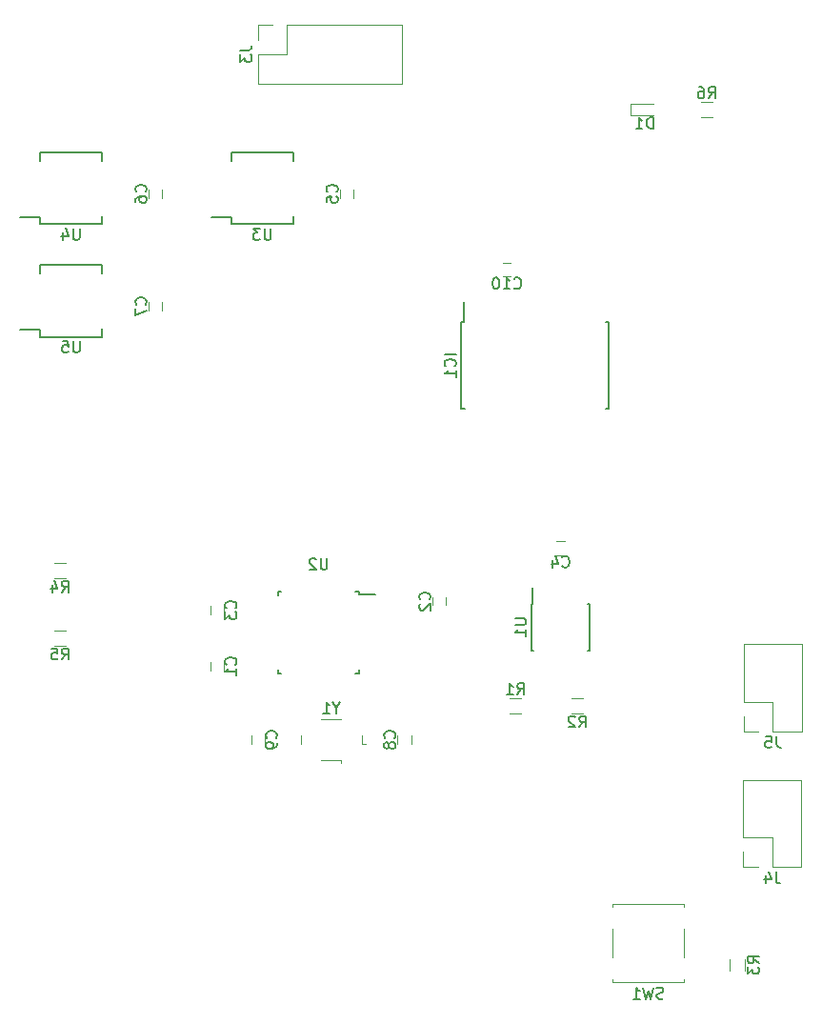
<source format=gbr>
G04 #@! TF.FileFunction,Legend,Bot*
%FSLAX46Y46*%
G04 Gerber Fmt 4.6, Leading zero omitted, Abs format (unit mm)*
G04 Created by KiCad (PCBNEW 4.0.7) date 02/17/18 20:59:13*
%MOMM*%
%LPD*%
G01*
G04 APERTURE LIST*
%ADD10C,0.100000*%
%ADD11C,0.120000*%
%ADD12C,0.150000*%
G04 APERTURE END LIST*
D10*
D11*
X138600000Y-109850000D02*
X138600000Y-109150000D01*
X137400000Y-109150000D02*
X137400000Y-109850000D01*
X157150000Y-103375000D02*
X157150000Y-104075000D01*
X158350000Y-104075000D02*
X158350000Y-103375000D01*
X138600000Y-104850000D02*
X138600000Y-104150000D01*
X137400000Y-104150000D02*
X137400000Y-104850000D01*
X168150000Y-99600000D02*
X168850000Y-99600000D01*
X168850000Y-98400000D02*
X168150000Y-98400000D01*
X148900000Y-67150000D02*
X148900000Y-67850000D01*
X150100000Y-67850000D02*
X150100000Y-67150000D01*
X131900000Y-67150000D02*
X131900000Y-67850000D01*
X133100000Y-67850000D02*
X133100000Y-67150000D01*
X131900000Y-77150000D02*
X131900000Y-77850000D01*
X133100000Y-77850000D02*
X133100000Y-77150000D01*
X154025000Y-115675000D02*
X154025000Y-116375000D01*
X155225000Y-116375000D02*
X155225000Y-115675000D01*
X142225000Y-116375000D02*
X142225000Y-115675000D01*
X141025000Y-115675000D02*
X141025000Y-116375000D01*
X163400000Y-74850000D02*
X164100000Y-74850000D01*
X164100000Y-73650000D02*
X163400000Y-73650000D01*
X174700000Y-60500000D02*
X174700000Y-59500000D01*
X174700000Y-59500000D02*
X176800000Y-59500000D01*
X174700000Y-60500000D02*
X176800000Y-60500000D01*
D12*
X159675000Y-78875000D02*
X159925000Y-78875000D01*
X159675000Y-86625000D02*
X160010000Y-86625000D01*
X172825000Y-86625000D02*
X172490000Y-86625000D01*
X172825000Y-78875000D02*
X172490000Y-78875000D01*
X159675000Y-78875000D02*
X159675000Y-86625000D01*
X172825000Y-78875000D02*
X172825000Y-86625000D01*
X159925000Y-78875000D02*
X159925000Y-77075000D01*
D11*
X164000000Y-113680000D02*
X165000000Y-113680000D01*
X165000000Y-112320000D02*
X164000000Y-112320000D01*
X170500000Y-112320000D02*
X169500000Y-112320000D01*
X169500000Y-113680000D02*
X170500000Y-113680000D01*
X183570000Y-135550000D02*
X183570000Y-136550000D01*
X184930000Y-136550000D02*
X184930000Y-135550000D01*
X124500000Y-100320000D02*
X123500000Y-100320000D01*
X123500000Y-101680000D02*
X124500000Y-101680000D01*
X124500000Y-106320000D02*
X123500000Y-106320000D01*
X123500000Y-107680000D02*
X124500000Y-107680000D01*
X181000000Y-60680000D02*
X182000000Y-60680000D01*
X182000000Y-59320000D02*
X181000000Y-59320000D01*
X173150000Y-137295554D02*
X173150000Y-137545554D01*
X173150000Y-137545554D02*
X179450000Y-137545554D01*
X179450000Y-137545554D02*
X179450000Y-137295554D01*
X173150000Y-132795554D02*
X173150000Y-135395554D01*
X179450000Y-130895554D02*
X179450000Y-130645554D01*
X179450000Y-130645554D02*
X173150000Y-130645554D01*
X173150000Y-130645554D02*
X173150000Y-130895554D01*
X179450000Y-135395554D02*
X179450000Y-132795554D01*
D12*
X165925000Y-103925000D02*
X165975000Y-103925000D01*
X165925000Y-108075000D02*
X166070000Y-108075000D01*
X171075000Y-108075000D02*
X170930000Y-108075000D01*
X171075000Y-103925000D02*
X170930000Y-103925000D01*
X165925000Y-103925000D02*
X165925000Y-108075000D01*
X171075000Y-103925000D02*
X171075000Y-108075000D01*
X165975000Y-103925000D02*
X165975000Y-102525000D01*
X150625000Y-102875000D02*
X150625000Y-103100000D01*
X143375000Y-102875000D02*
X143375000Y-103200000D01*
X143375000Y-110125000D02*
X143375000Y-109800000D01*
X150625000Y-110125000D02*
X150625000Y-109800000D01*
X150625000Y-102875000D02*
X150300000Y-102875000D01*
X150625000Y-110125000D02*
X150300000Y-110125000D01*
X143375000Y-110125000D02*
X143700000Y-110125000D01*
X143375000Y-102875000D02*
X143700000Y-102875000D01*
X150625000Y-103100000D02*
X152050000Y-103100000D01*
X139250000Y-70205000D02*
X139250000Y-69550000D01*
X144750000Y-70205000D02*
X144750000Y-69455000D01*
X144750000Y-63795000D02*
X144750000Y-64545000D01*
X139250000Y-63795000D02*
X139250000Y-64545000D01*
X139250000Y-70205000D02*
X144750000Y-70205000D01*
X139250000Y-63795000D02*
X144750000Y-63795000D01*
X139250000Y-69550000D02*
X137500000Y-69550000D01*
X122250000Y-70205000D02*
X122250000Y-69550000D01*
X127750000Y-70205000D02*
X127750000Y-69455000D01*
X127750000Y-63795000D02*
X127750000Y-64545000D01*
X122250000Y-63795000D02*
X122250000Y-64545000D01*
X122250000Y-70205000D02*
X127750000Y-70205000D01*
X122250000Y-63795000D02*
X127750000Y-63795000D01*
X122250000Y-69550000D02*
X120500000Y-69550000D01*
X122250000Y-80205000D02*
X122250000Y-79550000D01*
X127750000Y-80205000D02*
X127750000Y-79455000D01*
X127750000Y-73795000D02*
X127750000Y-74545000D01*
X122250000Y-73795000D02*
X122250000Y-74545000D01*
X122250000Y-80205000D02*
X127750000Y-80205000D01*
X122250000Y-73795000D02*
X127750000Y-73795000D01*
X122250000Y-79550000D02*
X120500000Y-79550000D01*
D11*
X151225000Y-116425000D02*
X150825000Y-116425000D01*
X150825000Y-116425000D02*
X150825000Y-115625000D01*
X145425000Y-115625000D02*
X145425000Y-116425000D01*
X149025000Y-114225000D02*
X147225000Y-114225000D01*
X147225000Y-117825000D02*
X149025000Y-117825000D01*
X149025000Y-117825000D02*
X149025000Y-118065000D01*
X154410000Y-52490000D02*
X154410000Y-57690000D01*
X144190000Y-52490000D02*
X154410000Y-52490000D01*
X141590000Y-57690000D02*
X154410000Y-57690000D01*
X144190000Y-52490000D02*
X144190000Y-55090000D01*
X144190000Y-55090000D02*
X141590000Y-55090000D01*
X141590000Y-55090000D02*
X141590000Y-57690000D01*
X142920000Y-52490000D02*
X141590000Y-52490000D01*
X141590000Y-52490000D02*
X141590000Y-53820000D01*
X184730000Y-119590000D02*
X189930000Y-119590000D01*
X184730000Y-124730000D02*
X184730000Y-119590000D01*
X189930000Y-127330000D02*
X189930000Y-119590000D01*
X184730000Y-124730000D02*
X187330000Y-124730000D01*
X187330000Y-124730000D02*
X187330000Y-127330000D01*
X187330000Y-127330000D02*
X189930000Y-127330000D01*
X184730000Y-126000000D02*
X184730000Y-127330000D01*
X184730000Y-127330000D02*
X186060000Y-127330000D01*
X184770000Y-107530000D02*
X189970000Y-107530000D01*
X184770000Y-112670000D02*
X184770000Y-107530000D01*
X189970000Y-115270000D02*
X189970000Y-107530000D01*
X184770000Y-112670000D02*
X187370000Y-112670000D01*
X187370000Y-112670000D02*
X187370000Y-115270000D01*
X187370000Y-115270000D02*
X189970000Y-115270000D01*
X184770000Y-113940000D02*
X184770000Y-115270000D01*
X184770000Y-115270000D02*
X186100000Y-115270000D01*
D12*
X139607143Y-109333334D02*
X139654762Y-109285715D01*
X139702381Y-109142858D01*
X139702381Y-109047620D01*
X139654762Y-108904762D01*
X139559524Y-108809524D01*
X139464286Y-108761905D01*
X139273810Y-108714286D01*
X139130952Y-108714286D01*
X138940476Y-108761905D01*
X138845238Y-108809524D01*
X138750000Y-108904762D01*
X138702381Y-109047620D01*
X138702381Y-109142858D01*
X138750000Y-109285715D01*
X138797619Y-109333334D01*
X139702381Y-110285715D02*
X139702381Y-109714286D01*
X139702381Y-110000000D02*
X138702381Y-110000000D01*
X138845238Y-109904762D01*
X138940476Y-109809524D01*
X138988095Y-109714286D01*
X156857143Y-103558334D02*
X156904762Y-103510715D01*
X156952381Y-103367858D01*
X156952381Y-103272620D01*
X156904762Y-103129762D01*
X156809524Y-103034524D01*
X156714286Y-102986905D01*
X156523810Y-102939286D01*
X156380952Y-102939286D01*
X156190476Y-102986905D01*
X156095238Y-103034524D01*
X156000000Y-103129762D01*
X155952381Y-103272620D01*
X155952381Y-103367858D01*
X156000000Y-103510715D01*
X156047619Y-103558334D01*
X156047619Y-103939286D02*
X156000000Y-103986905D01*
X155952381Y-104082143D01*
X155952381Y-104320239D01*
X156000000Y-104415477D01*
X156047619Y-104463096D01*
X156142857Y-104510715D01*
X156238095Y-104510715D01*
X156380952Y-104463096D01*
X156952381Y-103891667D01*
X156952381Y-104510715D01*
X139607143Y-104333334D02*
X139654762Y-104285715D01*
X139702381Y-104142858D01*
X139702381Y-104047620D01*
X139654762Y-103904762D01*
X139559524Y-103809524D01*
X139464286Y-103761905D01*
X139273810Y-103714286D01*
X139130952Y-103714286D01*
X138940476Y-103761905D01*
X138845238Y-103809524D01*
X138750000Y-103904762D01*
X138702381Y-104047620D01*
X138702381Y-104142858D01*
X138750000Y-104285715D01*
X138797619Y-104333334D01*
X138702381Y-104666667D02*
X138702381Y-105285715D01*
X139083333Y-104952381D01*
X139083333Y-105095239D01*
X139130952Y-105190477D01*
X139178571Y-105238096D01*
X139273810Y-105285715D01*
X139511905Y-105285715D01*
X139607143Y-105238096D01*
X139654762Y-105190477D01*
X139702381Y-105095239D01*
X139702381Y-104809524D01*
X139654762Y-104714286D01*
X139607143Y-104666667D01*
X168666666Y-100607143D02*
X168714285Y-100654762D01*
X168857142Y-100702381D01*
X168952380Y-100702381D01*
X169095238Y-100654762D01*
X169190476Y-100559524D01*
X169238095Y-100464286D01*
X169285714Y-100273810D01*
X169285714Y-100130952D01*
X169238095Y-99940476D01*
X169190476Y-99845238D01*
X169095238Y-99750000D01*
X168952380Y-99702381D01*
X168857142Y-99702381D01*
X168714285Y-99750000D01*
X168666666Y-99797619D01*
X167809523Y-100035714D02*
X167809523Y-100702381D01*
X168047619Y-99654762D02*
X168285714Y-100369048D01*
X167666666Y-100369048D01*
X148607143Y-67333334D02*
X148654762Y-67285715D01*
X148702381Y-67142858D01*
X148702381Y-67047620D01*
X148654762Y-66904762D01*
X148559524Y-66809524D01*
X148464286Y-66761905D01*
X148273810Y-66714286D01*
X148130952Y-66714286D01*
X147940476Y-66761905D01*
X147845238Y-66809524D01*
X147750000Y-66904762D01*
X147702381Y-67047620D01*
X147702381Y-67142858D01*
X147750000Y-67285715D01*
X147797619Y-67333334D01*
X147702381Y-68238096D02*
X147702381Y-67761905D01*
X148178571Y-67714286D01*
X148130952Y-67761905D01*
X148083333Y-67857143D01*
X148083333Y-68095239D01*
X148130952Y-68190477D01*
X148178571Y-68238096D01*
X148273810Y-68285715D01*
X148511905Y-68285715D01*
X148607143Y-68238096D01*
X148654762Y-68190477D01*
X148702381Y-68095239D01*
X148702381Y-67857143D01*
X148654762Y-67761905D01*
X148607143Y-67714286D01*
X131607143Y-67333334D02*
X131654762Y-67285715D01*
X131702381Y-67142858D01*
X131702381Y-67047620D01*
X131654762Y-66904762D01*
X131559524Y-66809524D01*
X131464286Y-66761905D01*
X131273810Y-66714286D01*
X131130952Y-66714286D01*
X130940476Y-66761905D01*
X130845238Y-66809524D01*
X130750000Y-66904762D01*
X130702381Y-67047620D01*
X130702381Y-67142858D01*
X130750000Y-67285715D01*
X130797619Y-67333334D01*
X130702381Y-68190477D02*
X130702381Y-68000000D01*
X130750000Y-67904762D01*
X130797619Y-67857143D01*
X130940476Y-67761905D01*
X131130952Y-67714286D01*
X131511905Y-67714286D01*
X131607143Y-67761905D01*
X131654762Y-67809524D01*
X131702381Y-67904762D01*
X131702381Y-68095239D01*
X131654762Y-68190477D01*
X131607143Y-68238096D01*
X131511905Y-68285715D01*
X131273810Y-68285715D01*
X131178571Y-68238096D01*
X131130952Y-68190477D01*
X131083333Y-68095239D01*
X131083333Y-67904762D01*
X131130952Y-67809524D01*
X131178571Y-67761905D01*
X131273810Y-67714286D01*
X131607143Y-77333334D02*
X131654762Y-77285715D01*
X131702381Y-77142858D01*
X131702381Y-77047620D01*
X131654762Y-76904762D01*
X131559524Y-76809524D01*
X131464286Y-76761905D01*
X131273810Y-76714286D01*
X131130952Y-76714286D01*
X130940476Y-76761905D01*
X130845238Y-76809524D01*
X130750000Y-76904762D01*
X130702381Y-77047620D01*
X130702381Y-77142858D01*
X130750000Y-77285715D01*
X130797619Y-77333334D01*
X130702381Y-77666667D02*
X130702381Y-78333334D01*
X131702381Y-77904762D01*
X153732143Y-115858334D02*
X153779762Y-115810715D01*
X153827381Y-115667858D01*
X153827381Y-115572620D01*
X153779762Y-115429762D01*
X153684524Y-115334524D01*
X153589286Y-115286905D01*
X153398810Y-115239286D01*
X153255952Y-115239286D01*
X153065476Y-115286905D01*
X152970238Y-115334524D01*
X152875000Y-115429762D01*
X152827381Y-115572620D01*
X152827381Y-115667858D01*
X152875000Y-115810715D01*
X152922619Y-115858334D01*
X153255952Y-116429762D02*
X153208333Y-116334524D01*
X153160714Y-116286905D01*
X153065476Y-116239286D01*
X153017857Y-116239286D01*
X152922619Y-116286905D01*
X152875000Y-116334524D01*
X152827381Y-116429762D01*
X152827381Y-116620239D01*
X152875000Y-116715477D01*
X152922619Y-116763096D01*
X153017857Y-116810715D01*
X153065476Y-116810715D01*
X153160714Y-116763096D01*
X153208333Y-116715477D01*
X153255952Y-116620239D01*
X153255952Y-116429762D01*
X153303571Y-116334524D01*
X153351190Y-116286905D01*
X153446429Y-116239286D01*
X153636905Y-116239286D01*
X153732143Y-116286905D01*
X153779762Y-116334524D01*
X153827381Y-116429762D01*
X153827381Y-116620239D01*
X153779762Y-116715477D01*
X153732143Y-116763096D01*
X153636905Y-116810715D01*
X153446429Y-116810715D01*
X153351190Y-116763096D01*
X153303571Y-116715477D01*
X153255952Y-116620239D01*
X143232143Y-115858334D02*
X143279762Y-115810715D01*
X143327381Y-115667858D01*
X143327381Y-115572620D01*
X143279762Y-115429762D01*
X143184524Y-115334524D01*
X143089286Y-115286905D01*
X142898810Y-115239286D01*
X142755952Y-115239286D01*
X142565476Y-115286905D01*
X142470238Y-115334524D01*
X142375000Y-115429762D01*
X142327381Y-115572620D01*
X142327381Y-115667858D01*
X142375000Y-115810715D01*
X142422619Y-115858334D01*
X143327381Y-116334524D02*
X143327381Y-116525000D01*
X143279762Y-116620239D01*
X143232143Y-116667858D01*
X143089286Y-116763096D01*
X142898810Y-116810715D01*
X142517857Y-116810715D01*
X142422619Y-116763096D01*
X142375000Y-116715477D01*
X142327381Y-116620239D01*
X142327381Y-116429762D01*
X142375000Y-116334524D01*
X142422619Y-116286905D01*
X142517857Y-116239286D01*
X142755952Y-116239286D01*
X142851190Y-116286905D01*
X142898810Y-116334524D01*
X142946429Y-116429762D01*
X142946429Y-116620239D01*
X142898810Y-116715477D01*
X142851190Y-116763096D01*
X142755952Y-116810715D01*
X164392857Y-75857143D02*
X164440476Y-75904762D01*
X164583333Y-75952381D01*
X164678571Y-75952381D01*
X164821429Y-75904762D01*
X164916667Y-75809524D01*
X164964286Y-75714286D01*
X165011905Y-75523810D01*
X165011905Y-75380952D01*
X164964286Y-75190476D01*
X164916667Y-75095238D01*
X164821429Y-75000000D01*
X164678571Y-74952381D01*
X164583333Y-74952381D01*
X164440476Y-75000000D01*
X164392857Y-75047619D01*
X163440476Y-75952381D02*
X164011905Y-75952381D01*
X163726191Y-75952381D02*
X163726191Y-74952381D01*
X163821429Y-75095238D01*
X163916667Y-75190476D01*
X164011905Y-75238095D01*
X162821429Y-74952381D02*
X162726190Y-74952381D01*
X162630952Y-75000000D01*
X162583333Y-75047619D01*
X162535714Y-75142857D01*
X162488095Y-75333333D01*
X162488095Y-75571429D01*
X162535714Y-75761905D01*
X162583333Y-75857143D01*
X162630952Y-75904762D01*
X162726190Y-75952381D01*
X162821429Y-75952381D01*
X162916667Y-75904762D01*
X162964286Y-75857143D01*
X163011905Y-75761905D01*
X163059524Y-75571429D01*
X163059524Y-75333333D01*
X163011905Y-75142857D01*
X162964286Y-75047619D01*
X162916667Y-75000000D01*
X162821429Y-74952381D01*
X176738095Y-61702381D02*
X176738095Y-60702381D01*
X176500000Y-60702381D01*
X176357142Y-60750000D01*
X176261904Y-60845238D01*
X176214285Y-60940476D01*
X176166666Y-61130952D01*
X176166666Y-61273810D01*
X176214285Y-61464286D01*
X176261904Y-61559524D01*
X176357142Y-61654762D01*
X176500000Y-61702381D01*
X176738095Y-61702381D01*
X175214285Y-61702381D02*
X175785714Y-61702381D01*
X175500000Y-61702381D02*
X175500000Y-60702381D01*
X175595238Y-60845238D01*
X175690476Y-60940476D01*
X175785714Y-60988095D01*
X159202381Y-81773810D02*
X158202381Y-81773810D01*
X159107143Y-82821429D02*
X159154762Y-82773810D01*
X159202381Y-82630953D01*
X159202381Y-82535715D01*
X159154762Y-82392857D01*
X159059524Y-82297619D01*
X158964286Y-82250000D01*
X158773810Y-82202381D01*
X158630952Y-82202381D01*
X158440476Y-82250000D01*
X158345238Y-82297619D01*
X158250000Y-82392857D01*
X158202381Y-82535715D01*
X158202381Y-82630953D01*
X158250000Y-82773810D01*
X158297619Y-82821429D01*
X159202381Y-83773810D02*
X159202381Y-83202381D01*
X159202381Y-83488095D02*
X158202381Y-83488095D01*
X158345238Y-83392857D01*
X158440476Y-83297619D01*
X158488095Y-83202381D01*
X164666666Y-112002381D02*
X165000000Y-111526190D01*
X165238095Y-112002381D02*
X165238095Y-111002381D01*
X164857142Y-111002381D01*
X164761904Y-111050000D01*
X164714285Y-111097619D01*
X164666666Y-111192857D01*
X164666666Y-111335714D01*
X164714285Y-111430952D01*
X164761904Y-111478571D01*
X164857142Y-111526190D01*
X165238095Y-111526190D01*
X163714285Y-112002381D02*
X164285714Y-112002381D01*
X164000000Y-112002381D02*
X164000000Y-111002381D01*
X164095238Y-111145238D01*
X164190476Y-111240476D01*
X164285714Y-111288095D01*
X170166666Y-114902381D02*
X170500000Y-114426190D01*
X170738095Y-114902381D02*
X170738095Y-113902381D01*
X170357142Y-113902381D01*
X170261904Y-113950000D01*
X170214285Y-113997619D01*
X170166666Y-114092857D01*
X170166666Y-114235714D01*
X170214285Y-114330952D01*
X170261904Y-114378571D01*
X170357142Y-114426190D01*
X170738095Y-114426190D01*
X169785714Y-113997619D02*
X169738095Y-113950000D01*
X169642857Y-113902381D01*
X169404761Y-113902381D01*
X169309523Y-113950000D01*
X169261904Y-113997619D01*
X169214285Y-114092857D01*
X169214285Y-114188095D01*
X169261904Y-114330952D01*
X169833333Y-114902381D01*
X169214285Y-114902381D01*
X186152381Y-135883334D02*
X185676190Y-135550000D01*
X186152381Y-135311905D02*
X185152381Y-135311905D01*
X185152381Y-135692858D01*
X185200000Y-135788096D01*
X185247619Y-135835715D01*
X185342857Y-135883334D01*
X185485714Y-135883334D01*
X185580952Y-135835715D01*
X185628571Y-135788096D01*
X185676190Y-135692858D01*
X185676190Y-135311905D01*
X185152381Y-136216667D02*
X185152381Y-136835715D01*
X185533333Y-136502381D01*
X185533333Y-136645239D01*
X185580952Y-136740477D01*
X185628571Y-136788096D01*
X185723810Y-136835715D01*
X185961905Y-136835715D01*
X186057143Y-136788096D01*
X186104762Y-136740477D01*
X186152381Y-136645239D01*
X186152381Y-136359524D01*
X186104762Y-136264286D01*
X186057143Y-136216667D01*
X124166666Y-102902381D02*
X124500000Y-102426190D01*
X124738095Y-102902381D02*
X124738095Y-101902381D01*
X124357142Y-101902381D01*
X124261904Y-101950000D01*
X124214285Y-101997619D01*
X124166666Y-102092857D01*
X124166666Y-102235714D01*
X124214285Y-102330952D01*
X124261904Y-102378571D01*
X124357142Y-102426190D01*
X124738095Y-102426190D01*
X123309523Y-102235714D02*
X123309523Y-102902381D01*
X123547619Y-101854762D02*
X123785714Y-102569048D01*
X123166666Y-102569048D01*
X124166666Y-108902381D02*
X124500000Y-108426190D01*
X124738095Y-108902381D02*
X124738095Y-107902381D01*
X124357142Y-107902381D01*
X124261904Y-107950000D01*
X124214285Y-107997619D01*
X124166666Y-108092857D01*
X124166666Y-108235714D01*
X124214285Y-108330952D01*
X124261904Y-108378571D01*
X124357142Y-108426190D01*
X124738095Y-108426190D01*
X123261904Y-107902381D02*
X123738095Y-107902381D01*
X123785714Y-108378571D01*
X123738095Y-108330952D01*
X123642857Y-108283333D01*
X123404761Y-108283333D01*
X123309523Y-108330952D01*
X123261904Y-108378571D01*
X123214285Y-108473810D01*
X123214285Y-108711905D01*
X123261904Y-108807143D01*
X123309523Y-108854762D01*
X123404761Y-108902381D01*
X123642857Y-108902381D01*
X123738095Y-108854762D01*
X123785714Y-108807143D01*
X181666666Y-59002381D02*
X182000000Y-58526190D01*
X182238095Y-59002381D02*
X182238095Y-58002381D01*
X181857142Y-58002381D01*
X181761904Y-58050000D01*
X181714285Y-58097619D01*
X181666666Y-58192857D01*
X181666666Y-58335714D01*
X181714285Y-58430952D01*
X181761904Y-58478571D01*
X181857142Y-58526190D01*
X182238095Y-58526190D01*
X180809523Y-58002381D02*
X181000000Y-58002381D01*
X181095238Y-58050000D01*
X181142857Y-58097619D01*
X181238095Y-58240476D01*
X181285714Y-58430952D01*
X181285714Y-58811905D01*
X181238095Y-58907143D01*
X181190476Y-58954762D01*
X181095238Y-59002381D01*
X180904761Y-59002381D01*
X180809523Y-58954762D01*
X180761904Y-58907143D01*
X180714285Y-58811905D01*
X180714285Y-58573810D01*
X180761904Y-58478571D01*
X180809523Y-58430952D01*
X180904761Y-58383333D01*
X181095238Y-58383333D01*
X181190476Y-58430952D01*
X181238095Y-58478571D01*
X181285714Y-58573810D01*
X177633333Y-139000316D02*
X177490476Y-139047935D01*
X177252380Y-139047935D01*
X177157142Y-139000316D01*
X177109523Y-138952697D01*
X177061904Y-138857459D01*
X177061904Y-138762221D01*
X177109523Y-138666983D01*
X177157142Y-138619364D01*
X177252380Y-138571744D01*
X177442857Y-138524125D01*
X177538095Y-138476506D01*
X177585714Y-138428887D01*
X177633333Y-138333649D01*
X177633333Y-138238411D01*
X177585714Y-138143173D01*
X177538095Y-138095554D01*
X177442857Y-138047935D01*
X177204761Y-138047935D01*
X177061904Y-138095554D01*
X176728571Y-138047935D02*
X176490476Y-139047935D01*
X176299999Y-138333649D01*
X176109523Y-139047935D01*
X175871428Y-138047935D01*
X174966666Y-139047935D02*
X175538095Y-139047935D01*
X175252381Y-139047935D02*
X175252381Y-138047935D01*
X175347619Y-138190792D01*
X175442857Y-138286030D01*
X175538095Y-138333649D01*
X164452381Y-105238095D02*
X165261905Y-105238095D01*
X165357143Y-105285714D01*
X165404762Y-105333333D01*
X165452381Y-105428571D01*
X165452381Y-105619048D01*
X165404762Y-105714286D01*
X165357143Y-105761905D01*
X165261905Y-105809524D01*
X164452381Y-105809524D01*
X165452381Y-106809524D02*
X165452381Y-106238095D01*
X165452381Y-106523809D02*
X164452381Y-106523809D01*
X164595238Y-106428571D01*
X164690476Y-106333333D01*
X164738095Y-106238095D01*
X147761905Y-99902381D02*
X147761905Y-100711905D01*
X147714286Y-100807143D01*
X147666667Y-100854762D01*
X147571429Y-100902381D01*
X147380952Y-100902381D01*
X147285714Y-100854762D01*
X147238095Y-100807143D01*
X147190476Y-100711905D01*
X147190476Y-99902381D01*
X146761905Y-99997619D02*
X146714286Y-99950000D01*
X146619048Y-99902381D01*
X146380952Y-99902381D01*
X146285714Y-99950000D01*
X146238095Y-99997619D01*
X146190476Y-100092857D01*
X146190476Y-100188095D01*
X146238095Y-100330952D01*
X146809524Y-100902381D01*
X146190476Y-100902381D01*
X142761905Y-70582381D02*
X142761905Y-71391905D01*
X142714286Y-71487143D01*
X142666667Y-71534762D01*
X142571429Y-71582381D01*
X142380952Y-71582381D01*
X142285714Y-71534762D01*
X142238095Y-71487143D01*
X142190476Y-71391905D01*
X142190476Y-70582381D01*
X141809524Y-70582381D02*
X141190476Y-70582381D01*
X141523810Y-70963333D01*
X141380952Y-70963333D01*
X141285714Y-71010952D01*
X141238095Y-71058571D01*
X141190476Y-71153810D01*
X141190476Y-71391905D01*
X141238095Y-71487143D01*
X141285714Y-71534762D01*
X141380952Y-71582381D01*
X141666667Y-71582381D01*
X141761905Y-71534762D01*
X141809524Y-71487143D01*
X125761905Y-70582381D02*
X125761905Y-71391905D01*
X125714286Y-71487143D01*
X125666667Y-71534762D01*
X125571429Y-71582381D01*
X125380952Y-71582381D01*
X125285714Y-71534762D01*
X125238095Y-71487143D01*
X125190476Y-71391905D01*
X125190476Y-70582381D01*
X124285714Y-70915714D02*
X124285714Y-71582381D01*
X124523810Y-70534762D02*
X124761905Y-71249048D01*
X124142857Y-71249048D01*
X125761905Y-80582381D02*
X125761905Y-81391905D01*
X125714286Y-81487143D01*
X125666667Y-81534762D01*
X125571429Y-81582381D01*
X125380952Y-81582381D01*
X125285714Y-81534762D01*
X125238095Y-81487143D01*
X125190476Y-81391905D01*
X125190476Y-80582381D01*
X124238095Y-80582381D02*
X124714286Y-80582381D01*
X124761905Y-81058571D01*
X124714286Y-81010952D01*
X124619048Y-80963333D01*
X124380952Y-80963333D01*
X124285714Y-81010952D01*
X124238095Y-81058571D01*
X124190476Y-81153810D01*
X124190476Y-81391905D01*
X124238095Y-81487143D01*
X124285714Y-81534762D01*
X124380952Y-81582381D01*
X124619048Y-81582381D01*
X124714286Y-81534762D01*
X124761905Y-81487143D01*
X148601191Y-113201190D02*
X148601191Y-113677381D01*
X148934524Y-112677381D02*
X148601191Y-113201190D01*
X148267857Y-112677381D01*
X147410714Y-113677381D02*
X147982143Y-113677381D01*
X147696429Y-113677381D02*
X147696429Y-112677381D01*
X147791667Y-112820238D01*
X147886905Y-112915476D01*
X147982143Y-112963095D01*
X140042381Y-54756667D02*
X140756667Y-54756667D01*
X140899524Y-54709047D01*
X140994762Y-54613809D01*
X141042381Y-54470952D01*
X141042381Y-54375714D01*
X140042381Y-55137619D02*
X140042381Y-55756667D01*
X140423333Y-55423333D01*
X140423333Y-55566191D01*
X140470952Y-55661429D01*
X140518571Y-55709048D01*
X140613810Y-55756667D01*
X140851905Y-55756667D01*
X140947143Y-55709048D01*
X140994762Y-55661429D01*
X141042381Y-55566191D01*
X141042381Y-55280476D01*
X140994762Y-55185238D01*
X140947143Y-55137619D01*
X187663333Y-127782381D02*
X187663333Y-128496667D01*
X187710953Y-128639524D01*
X187806191Y-128734762D01*
X187949048Y-128782381D01*
X188044286Y-128782381D01*
X186758571Y-128115714D02*
X186758571Y-128782381D01*
X186996667Y-127734762D02*
X187234762Y-128449048D01*
X186615714Y-128449048D01*
X187703333Y-115722381D02*
X187703333Y-116436667D01*
X187750953Y-116579524D01*
X187846191Y-116674762D01*
X187989048Y-116722381D01*
X188084286Y-116722381D01*
X186750952Y-115722381D02*
X187227143Y-115722381D01*
X187274762Y-116198571D01*
X187227143Y-116150952D01*
X187131905Y-116103333D01*
X186893809Y-116103333D01*
X186798571Y-116150952D01*
X186750952Y-116198571D01*
X186703333Y-116293810D01*
X186703333Y-116531905D01*
X186750952Y-116627143D01*
X186798571Y-116674762D01*
X186893809Y-116722381D01*
X187131905Y-116722381D01*
X187227143Y-116674762D01*
X187274762Y-116627143D01*
M02*

</source>
